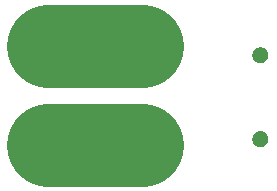
<source format=gbs>
%TF.GenerationSoftware,KiCad,Pcbnew,4.0.5-e0-6337~49~ubuntu16.04.1*%
%TF.CreationDate,2017-02-14T00:16:06-08:00*%
%TF.ProjectId,2x3-USB-Power-Connector,3278332D5553422D506F7765722D436F,1.0*%
%TF.FileFunction,Soldermask,Bot*%
%FSLAX46Y46*%
G04 Gerber Fmt 4.6, Leading zero omitted, Abs format (unit mm)*
G04 Created by KiCad (PCBNEW 4.0.5-e0-6337~49~ubuntu16.04.1) date Tue Feb 14 00:16:06 2017*
%MOMM*%
%LPD*%
G01*
G04 APERTURE LIST*
%ADD10C,0.350000*%
%ADD11C,7.000000*%
G04 APERTURE END LIST*
D10*
D11*
X32767600Y-52797160D02*
X24767600Y-52797160D01*
X32767600Y-61197160D02*
X24767600Y-61197160D01*
D10*
G36*
X25190710Y-58023007D02*
X25781655Y-58144311D01*
X26337798Y-58378092D01*
X26837934Y-58715438D01*
X27263021Y-59143503D01*
X27596866Y-59645981D01*
X27826756Y-60203736D01*
X27943864Y-60795174D01*
X27943864Y-60795184D01*
X27943931Y-60795523D01*
X27934310Y-61484576D01*
X27934233Y-61484914D01*
X27934233Y-61484922D01*
X27800657Y-62072861D01*
X27555285Y-62623976D01*
X27207537Y-63116938D01*
X26770662Y-63532969D01*
X26261300Y-63856221D01*
X25698854Y-64074379D01*
X25104747Y-64179136D01*
X24501603Y-64166502D01*
X23912400Y-64036957D01*
X23359582Y-63795437D01*
X22864207Y-63451142D01*
X22445137Y-63017183D01*
X22118338Y-62510090D01*
X21896256Y-61949174D01*
X21787355Y-61355818D01*
X21795777Y-60752601D01*
X21921206Y-60162507D01*
X22158859Y-59608018D01*
X22499691Y-59110248D01*
X22930712Y-58688160D01*
X23435513Y-58357828D01*
X23994859Y-58131837D01*
X24587445Y-58018796D01*
X25190710Y-58023007D01*
X25190710Y-58023007D01*
G37*
G36*
X33190710Y-58023007D02*
X33781655Y-58144311D01*
X34337798Y-58378092D01*
X34837934Y-58715438D01*
X35263021Y-59143503D01*
X35596866Y-59645981D01*
X35826756Y-60203736D01*
X35943864Y-60795174D01*
X35943864Y-60795184D01*
X35943931Y-60795523D01*
X35934310Y-61484576D01*
X35934233Y-61484914D01*
X35934233Y-61484922D01*
X35800657Y-62072861D01*
X35555285Y-62623976D01*
X35207537Y-63116938D01*
X34770662Y-63532969D01*
X34261300Y-63856221D01*
X33698854Y-64074379D01*
X33104747Y-64179136D01*
X32501603Y-64166502D01*
X31912400Y-64036957D01*
X31359582Y-63795437D01*
X30864207Y-63451142D01*
X30445137Y-63017183D01*
X30118338Y-62510090D01*
X29896256Y-61949174D01*
X29787355Y-61355818D01*
X29795777Y-60752601D01*
X29921206Y-60162507D01*
X30158859Y-59608018D01*
X30499691Y-59110248D01*
X30930712Y-58688160D01*
X31435513Y-58357828D01*
X31994859Y-58131837D01*
X32587445Y-58018796D01*
X33190710Y-58023007D01*
X33190710Y-58023007D01*
G37*
G36*
X42825748Y-60009408D02*
X42955642Y-60036072D01*
X43077897Y-60087463D01*
X43187835Y-60161617D01*
X43281272Y-60255709D01*
X43354661Y-60366168D01*
X43405195Y-60488772D01*
X43430882Y-60618501D01*
X43430882Y-60618516D01*
X43430949Y-60618855D01*
X43428834Y-60770320D01*
X43428758Y-60770654D01*
X43428758Y-60770667D01*
X43399456Y-60899638D01*
X43345521Y-61020779D01*
X43269079Y-61129142D01*
X43173046Y-61220593D01*
X43061080Y-61291649D01*
X42937442Y-61339605D01*
X42806851Y-61362632D01*
X42674267Y-61359854D01*
X42544751Y-61331379D01*
X42423230Y-61278287D01*
X42314341Y-61202607D01*
X42222222Y-61107216D01*
X42150385Y-60995746D01*
X42101566Y-60872444D01*
X42077629Y-60742019D01*
X42079480Y-60609421D01*
X42107052Y-60479706D01*
X42159291Y-60357821D01*
X42234213Y-60248402D01*
X42328961Y-60155618D01*
X42439919Y-60083008D01*
X42562877Y-60033330D01*
X42693135Y-60008483D01*
X42825748Y-60009408D01*
X42825748Y-60009408D01*
G37*
G36*
X25190710Y-50023007D02*
X25781655Y-50144311D01*
X26337798Y-50378092D01*
X26837934Y-50715438D01*
X27263021Y-51143503D01*
X27596866Y-51645981D01*
X27826756Y-52203736D01*
X27943864Y-52795174D01*
X27943864Y-52795184D01*
X27943931Y-52795523D01*
X27934310Y-53484576D01*
X27934233Y-53484914D01*
X27934233Y-53484922D01*
X27800657Y-54072861D01*
X27555285Y-54623976D01*
X27207537Y-55116938D01*
X26770662Y-55532969D01*
X26261300Y-55856221D01*
X25698854Y-56074379D01*
X25104747Y-56179136D01*
X24501603Y-56166502D01*
X23912400Y-56036957D01*
X23359582Y-55795437D01*
X22864207Y-55451142D01*
X22445137Y-55017183D01*
X22118338Y-54510090D01*
X21896256Y-53949174D01*
X21787355Y-53355818D01*
X21795777Y-52752601D01*
X21921206Y-52162507D01*
X22158859Y-51608018D01*
X22499691Y-51110248D01*
X22930712Y-50688160D01*
X23435513Y-50357828D01*
X23994859Y-50131837D01*
X24587445Y-50018796D01*
X25190710Y-50023007D01*
X25190710Y-50023007D01*
G37*
G36*
X33190710Y-50023007D02*
X33781655Y-50144311D01*
X34337798Y-50378092D01*
X34837934Y-50715438D01*
X35263021Y-51143503D01*
X35596866Y-51645981D01*
X35826756Y-52203736D01*
X35943864Y-52795174D01*
X35943864Y-52795184D01*
X35943931Y-52795523D01*
X35934310Y-53484576D01*
X35934233Y-53484914D01*
X35934233Y-53484922D01*
X35800657Y-54072861D01*
X35555285Y-54623976D01*
X35207537Y-55116938D01*
X34770662Y-55532969D01*
X34261300Y-55856221D01*
X33698854Y-56074379D01*
X33104747Y-56179136D01*
X32501603Y-56166502D01*
X31912400Y-56036957D01*
X31359582Y-55795437D01*
X30864207Y-55451142D01*
X30445137Y-55017183D01*
X30118338Y-54510090D01*
X29896256Y-53949174D01*
X29787355Y-53355818D01*
X29795777Y-52752601D01*
X29921206Y-52162507D01*
X30158859Y-51608018D01*
X30499691Y-51110248D01*
X30930712Y-50688160D01*
X31435513Y-50357828D01*
X31994859Y-50131837D01*
X32587445Y-50018796D01*
X33190710Y-50023007D01*
X33190710Y-50023007D01*
G37*
G36*
X42825748Y-52909408D02*
X42955642Y-52936072D01*
X43077897Y-52987463D01*
X43187835Y-53061617D01*
X43281272Y-53155709D01*
X43354661Y-53266168D01*
X43405195Y-53388772D01*
X43430882Y-53518501D01*
X43430882Y-53518516D01*
X43430949Y-53518855D01*
X43428834Y-53670320D01*
X43428758Y-53670654D01*
X43428758Y-53670667D01*
X43399456Y-53799638D01*
X43345521Y-53920779D01*
X43269079Y-54029142D01*
X43173046Y-54120593D01*
X43061080Y-54191649D01*
X42937442Y-54239605D01*
X42806851Y-54262632D01*
X42674267Y-54259854D01*
X42544751Y-54231379D01*
X42423230Y-54178287D01*
X42314341Y-54102607D01*
X42222222Y-54007216D01*
X42150385Y-53895746D01*
X42101566Y-53772444D01*
X42077629Y-53642019D01*
X42079480Y-53509421D01*
X42107052Y-53379706D01*
X42159291Y-53257821D01*
X42234213Y-53148402D01*
X42328961Y-53055618D01*
X42439919Y-52983008D01*
X42562877Y-52933330D01*
X42693135Y-52908483D01*
X42825748Y-52909408D01*
X42825748Y-52909408D01*
G37*
M02*

</source>
